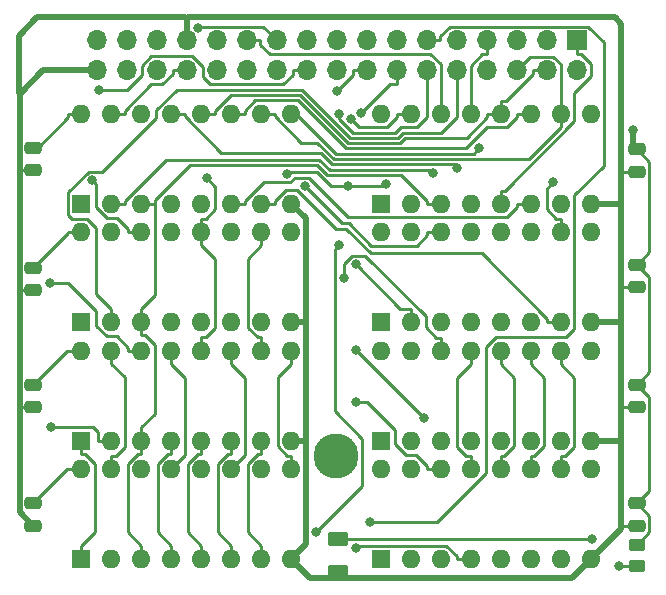
<source format=gbr>
%TF.GenerationSoftware,KiCad,Pcbnew,(6.0.7)*%
%TF.CreationDate,2023-01-24T22:55:54+00:00*%
%TF.ProjectId,CPC464-2MINICAS1,43504334-3634-42d3-924d-494e49434153,rev?*%
%TF.SameCoordinates,Original*%
%TF.FileFunction,Copper,L1,Top*%
%TF.FilePolarity,Positive*%
%FSLAX46Y46*%
G04 Gerber Fmt 4.6, Leading zero omitted, Abs format (unit mm)*
G04 Created by KiCad (PCBNEW (6.0.7)) date 2023-01-24 22:55:54*
%MOMM*%
%LPD*%
G01*
G04 APERTURE LIST*
G04 Aperture macros list*
%AMRoundRect*
0 Rectangle with rounded corners*
0 $1 Rounding radius*
0 $2 $3 $4 $5 $6 $7 $8 $9 X,Y pos of 4 corners*
0 Add a 4 corners polygon primitive as box body*
4,1,4,$2,$3,$4,$5,$6,$7,$8,$9,$2,$3,0*
0 Add four circle primitives for the rounded corners*
1,1,$1+$1,$2,$3*
1,1,$1+$1,$4,$5*
1,1,$1+$1,$6,$7*
1,1,$1+$1,$8,$9*
0 Add four rect primitives between the rounded corners*
20,1,$1+$1,$2,$3,$4,$5,0*
20,1,$1+$1,$4,$5,$6,$7,0*
20,1,$1+$1,$6,$7,$8,$9,0*
20,1,$1+$1,$8,$9,$2,$3,0*%
G04 Aperture macros list end*
%TA.AperFunction,SMDPad,CuDef*%
%ADD10RoundRect,0.250000X0.475000X-0.250000X0.475000X0.250000X-0.475000X0.250000X-0.475000X-0.250000X0*%
%TD*%
%TA.AperFunction,ComponentPad*%
%ADD11R,1.600000X1.600000*%
%TD*%
%TA.AperFunction,ComponentPad*%
%ADD12O,1.600000X1.600000*%
%TD*%
%TA.AperFunction,ComponentPad*%
%ADD13C,3.800000*%
%TD*%
%TA.AperFunction,ComponentPad*%
%ADD14R,1.700000X1.700000*%
%TD*%
%TA.AperFunction,ComponentPad*%
%ADD15O,1.700000X1.700000*%
%TD*%
%TA.AperFunction,SMDPad,CuDef*%
%ADD16RoundRect,0.250000X-0.450000X0.262500X-0.450000X-0.262500X0.450000X-0.262500X0.450000X0.262500X0*%
%TD*%
%TA.AperFunction,SMDPad,CuDef*%
%ADD17RoundRect,0.250000X-0.625000X0.375000X-0.625000X-0.375000X0.625000X-0.375000X0.625000X0.375000X0*%
%TD*%
%TA.AperFunction,ViaPad*%
%ADD18C,0.800000*%
%TD*%
%TA.AperFunction,Conductor*%
%ADD19C,0.250000*%
%TD*%
%TA.AperFunction,Conductor*%
%ADD20C,0.500000*%
%TD*%
G04 APERTURE END LIST*
D10*
%TO.P,C708,1*%
%TO.N,+5V*%
X85329000Y-84485200D03*
%TO.P,C708,2*%
%TO.N,GND*%
X85329000Y-82585200D03*
%TD*%
D11*
%TO.P,IC704,1,NC*%
%TO.N,MV*%
X38303200Y-87309800D03*
D12*
%TO.P,IC704,2,DIN*%
%TO.N,/D3*%
X40843200Y-87309800D03*
%TO.P,IC704,3,~{WRITE}*%
%TO.N,MWE*%
X43383200Y-87309800D03*
%TO.P,IC704,4,~{RAS}*%
%TO.N,RAS*%
X45923200Y-87309800D03*
%TO.P,IC704,5,A0*%
%TO.N,/XA0*%
X48463200Y-87309800D03*
%TO.P,IC704,6,A2*%
%TO.N,/XA2*%
X51003200Y-87309800D03*
%TO.P,IC704,7,A1*%
%TO.N,/XA1*%
X53543200Y-87309800D03*
%TO.P,IC704,8,VCC*%
%TO.N,+5V*%
X56083200Y-87309800D03*
%TO.P,IC704,9,A7*%
%TO.N,/XA7*%
X56083200Y-79689800D03*
%TO.P,IC704,10,A5*%
%TO.N,/XA5*%
X53543200Y-79689800D03*
%TO.P,IC704,11,A4*%
%TO.N,/XA4*%
X51003200Y-79689800D03*
%TO.P,IC704,12,A3*%
%TO.N,/XA3*%
X48463200Y-79689800D03*
%TO.P,IC704,13,A6*%
%TO.N,/XA6*%
X45923200Y-79689800D03*
%TO.P,IC704,14,DOUT*%
%TO.N,/GD3*%
X43383200Y-79689800D03*
%TO.P,IC704,15,~{CAS}*%
%TO.N,CAS1*%
X40843200Y-79689800D03*
%TO.P,IC704,16,GND*%
%TO.N,GND*%
X38303200Y-79689800D03*
%TD*%
D13*
%TO.P,H8,1,1*%
%TO.N,GND*%
X59827400Y-78556800D03*
%TD*%
D11*
%TO.P,IC707,1,NC*%
%TO.N,MV*%
X63627000Y-77302200D03*
D12*
%TO.P,IC707,2,DIN*%
%TO.N,/D6*%
X66167000Y-77302200D03*
%TO.P,IC707,3,~{WRITE}*%
%TO.N,MWE*%
X68707000Y-77302200D03*
%TO.P,IC707,4,~{RAS}*%
%TO.N,RAS*%
X71247000Y-77302200D03*
%TO.P,IC707,5,A0*%
%TO.N,/XA0*%
X73787000Y-77302200D03*
%TO.P,IC707,6,A2*%
%TO.N,/XA2*%
X76327000Y-77302200D03*
%TO.P,IC707,7,A1*%
%TO.N,/XA1*%
X78867000Y-77302200D03*
%TO.P,IC707,8,VCC*%
%TO.N,+5V*%
X81407000Y-77302200D03*
%TO.P,IC707,9,A7*%
%TO.N,/XA7*%
X81407000Y-69682200D03*
%TO.P,IC707,10,A5*%
%TO.N,/XA5*%
X78867000Y-69682200D03*
%TO.P,IC707,11,A4*%
%TO.N,/XA4*%
X76327000Y-69682200D03*
%TO.P,IC707,12,A3*%
%TO.N,/XA3*%
X73787000Y-69682200D03*
%TO.P,IC707,13,A6*%
%TO.N,/XA6*%
X71247000Y-69682200D03*
%TO.P,IC707,14,DOUT*%
%TO.N,/GD6*%
X68707000Y-69682200D03*
%TO.P,IC707,15,~{CAS}*%
%TO.N,CAS1*%
X66167000Y-69682200D03*
%TO.P,IC707,16,GND*%
%TO.N,GND*%
X63627000Y-69682200D03*
%TD*%
D14*
%TO.P,J1200,1,Pin_1*%
%TO.N,/XA0*%
X80217200Y-43398400D03*
D15*
%TO.P,J1200,2,Pin_2*%
%TO.N,/XA1*%
X80217200Y-45938400D03*
%TO.P,J1200,3,Pin_3*%
%TO.N,/XA2*%
X77677200Y-43398400D03*
%TO.P,J1200,4,Pin_4*%
%TO.N,/XA3*%
X77677200Y-45938400D03*
%TO.P,J1200,5,Pin_5*%
%TO.N,/XA4*%
X75137200Y-43398400D03*
%TO.P,J1200,6,Pin_6*%
%TO.N,/XA5*%
X75137200Y-45938400D03*
%TO.P,J1200,7,Pin_7*%
%TO.N,/XA6*%
X72597200Y-43398400D03*
%TO.P,J1200,8,Pin_8*%
%TO.N,/XA7*%
X72597200Y-45938400D03*
%TO.P,J1200,9,Pin_9*%
%TO.N,/D0*%
X70057200Y-43398400D03*
%TO.P,J1200,10,Pin_10*%
%TO.N,/D1*%
X70057200Y-45938400D03*
%TO.P,J1200,11,Pin_11*%
%TO.N,/D2*%
X67517200Y-43398400D03*
%TO.P,J1200,12,Pin_12*%
%TO.N,/D3*%
X67517200Y-45938400D03*
%TO.P,J1200,13,Pin_13*%
%TO.N,/D4*%
X64977200Y-43398400D03*
%TO.P,J1200,14,Pin_14*%
%TO.N,/D5*%
X64977200Y-45938400D03*
%TO.P,J1200,15,Pin_15*%
%TO.N,/D6*%
X62437200Y-43398400D03*
%TO.P,J1200,16,Pin_16*%
%TO.N,/D7*%
X62437200Y-45938400D03*
%TO.P,J1200,17,Pin_17*%
%TO.N,GND*%
X59897200Y-43398400D03*
%TO.P,J1200,18,Pin_18*%
X59897200Y-45938400D03*
%TO.P,J1200,19,Pin_19*%
%TO.N,/GD0*%
X57357200Y-43398400D03*
%TO.P,J1200,20,Pin_20*%
%TO.N,/GD1*%
X57357200Y-45938400D03*
%TO.P,J1200,21,Pin_21*%
%TO.N,/GD2*%
X54817200Y-43398400D03*
%TO.P,J1200,22,Pin_22*%
%TO.N,/GD3*%
X54817200Y-45938400D03*
%TO.P,J1200,23,Pin_23*%
%TO.N,/GD4*%
X52277200Y-43398400D03*
%TO.P,J1200,24,Pin_24*%
%TO.N,/GD5*%
X52277200Y-45938400D03*
%TO.P,J1200,25,Pin_25*%
%TO.N,/GD6*%
X49737200Y-43398400D03*
%TO.P,J1200,26,Pin_26*%
%TO.N,/GD7*%
X49737200Y-45938400D03*
%TO.P,J1200,27,Pin_27*%
%TO.N,+5V*%
X47197200Y-43398400D03*
%TO.P,J1200,28,Pin_28*%
%TO.N,CAS1*%
X47197200Y-45938400D03*
%TO.P,J1200,29,Pin_29*%
%TO.N,CAS0*%
X44657200Y-43398400D03*
%TO.P,J1200,30,Pin_30*%
%TO.N,RAS*%
X44657200Y-45938400D03*
%TO.P,J1200,31,Pin_31*%
%TO.N,MWE*%
X42117200Y-43398400D03*
%TO.P,J1200,32,Pin_32*%
%TO.N,RSV2*%
X42117200Y-45938400D03*
%TO.P,J1200,33,Pin_33*%
%TO.N,RSV1*%
X39577200Y-43398400D03*
%TO.P,J1200,34,Pin_34*%
%TO.N,+5V*%
X39577200Y-45938400D03*
%TD*%
D10*
%TO.P,C703,1*%
%TO.N,+5V*%
X34239200Y-74436800D03*
%TO.P,C703,2*%
%TO.N,GND*%
X34239200Y-72536800D03*
%TD*%
%TO.P,C705,1*%
%TO.N,+5V*%
X85329000Y-54513200D03*
%TO.P,C705,2*%
%TO.N,GND*%
X85329000Y-52613200D03*
%TD*%
D11*
%TO.P,IC705,1,NC*%
%TO.N,MV*%
X63627000Y-57236200D03*
D12*
%TO.P,IC705,2,DIN*%
%TO.N,/D4*%
X66167000Y-57236200D03*
%TO.P,IC705,3,~{WRITE}*%
%TO.N,MWE*%
X68707000Y-57236200D03*
%TO.P,IC705,4,~{RAS}*%
%TO.N,RAS*%
X71247000Y-57236200D03*
%TO.P,IC705,5,A0*%
%TO.N,/XA0*%
X73787000Y-57236200D03*
%TO.P,IC705,6,A2*%
%TO.N,/XA2*%
X76327000Y-57236200D03*
%TO.P,IC705,7,A1*%
%TO.N,/XA1*%
X78867000Y-57236200D03*
%TO.P,IC705,8,VCC*%
%TO.N,+5V*%
X81407000Y-57236200D03*
%TO.P,IC705,9,A7*%
%TO.N,/XA7*%
X81407000Y-49616200D03*
%TO.P,IC705,10,A5*%
%TO.N,/XA5*%
X78867000Y-49616200D03*
%TO.P,IC705,11,A4*%
%TO.N,/XA4*%
X76327000Y-49616200D03*
%TO.P,IC705,12,A3*%
%TO.N,/XA3*%
X73787000Y-49616200D03*
%TO.P,IC705,13,A6*%
%TO.N,/XA6*%
X71247000Y-49616200D03*
%TO.P,IC705,14,DOUT*%
%TO.N,/GD4*%
X68707000Y-49616200D03*
%TO.P,IC705,15,~{CAS}*%
%TO.N,CAS1*%
X66167000Y-49616200D03*
%TO.P,IC705,16,GND*%
%TO.N,GND*%
X63627000Y-49616200D03*
%TD*%
D10*
%TO.P,C707,1*%
%TO.N,+5V*%
X85329000Y-74452200D03*
%TO.P,C707,2*%
%TO.N,GND*%
X85329000Y-72552200D03*
%TD*%
D11*
%TO.P,IC701,1,NC*%
%TO.N,MV*%
X38303200Y-57220800D03*
D12*
%TO.P,IC701,2,DIN*%
%TO.N,/D0*%
X40843200Y-57220800D03*
%TO.P,IC701,3,~{WRITE}*%
%TO.N,MWE*%
X43383200Y-57220800D03*
%TO.P,IC701,4,~{RAS}*%
%TO.N,RAS*%
X45923200Y-57220800D03*
%TO.P,IC701,5,A0*%
%TO.N,/XA0*%
X48463200Y-57220800D03*
%TO.P,IC701,6,A2*%
%TO.N,/XA2*%
X51003200Y-57220800D03*
%TO.P,IC701,7,A1*%
%TO.N,/XA1*%
X53543200Y-57220800D03*
%TO.P,IC701,8,VCC*%
%TO.N,+5V*%
X56083200Y-57220800D03*
%TO.P,IC701,9,A7*%
%TO.N,/XA7*%
X56083200Y-49600800D03*
%TO.P,IC701,10,A5*%
%TO.N,/XA5*%
X53543200Y-49600800D03*
%TO.P,IC701,11,A4*%
%TO.N,/XA4*%
X51003200Y-49600800D03*
%TO.P,IC701,12,A3*%
%TO.N,/XA3*%
X48463200Y-49600800D03*
%TO.P,IC701,13,A6*%
%TO.N,/XA6*%
X45923200Y-49600800D03*
%TO.P,IC701,14,DOUT*%
%TO.N,/GD0*%
X43383200Y-49600800D03*
%TO.P,IC701,15,~{CAS}*%
%TO.N,CAS1*%
X40843200Y-49600800D03*
%TO.P,IC701,16,GND*%
%TO.N,GND*%
X38303200Y-49600800D03*
%TD*%
D11*
%TO.P,IC708,1,NC*%
%TO.N,MV*%
X63627000Y-87325200D03*
D12*
%TO.P,IC708,2,DIN*%
%TO.N,/D7*%
X66167000Y-87325200D03*
%TO.P,IC708,3,~{WRITE}*%
%TO.N,MWE*%
X68707000Y-87325200D03*
%TO.P,IC708,4,~{RAS}*%
%TO.N,RAS*%
X71247000Y-87325200D03*
%TO.P,IC708,5,A0*%
%TO.N,/XA0*%
X73787000Y-87325200D03*
%TO.P,IC708,6,A2*%
%TO.N,/XA2*%
X76327000Y-87325200D03*
%TO.P,IC708,7,A1*%
%TO.N,/XA1*%
X78867000Y-87325200D03*
%TO.P,IC708,8,VCC*%
%TO.N,+5V*%
X81407000Y-87325200D03*
%TO.P,IC708,9,A7*%
%TO.N,/XA7*%
X81407000Y-79705200D03*
%TO.P,IC708,10,A5*%
%TO.N,/XA5*%
X78867000Y-79705200D03*
%TO.P,IC708,11,A4*%
%TO.N,/XA4*%
X76327000Y-79705200D03*
%TO.P,IC708,12,A3*%
%TO.N,/XA3*%
X73787000Y-79705200D03*
%TO.P,IC708,13,A6*%
%TO.N,/XA6*%
X71247000Y-79705200D03*
%TO.P,IC708,14,DOUT*%
%TO.N,/GD7*%
X68707000Y-79705200D03*
%TO.P,IC708,15,~{CAS}*%
%TO.N,CAS1*%
X66167000Y-79705200D03*
%TO.P,IC708,16,GND*%
%TO.N,GND*%
X63627000Y-79705200D03*
%TD*%
D10*
%TO.P,C706,1*%
%TO.N,+5V*%
X85329000Y-64292200D03*
%TO.P,C706,2*%
%TO.N,GND*%
X85329000Y-62392200D03*
%TD*%
D16*
%TO.P,R1220,1*%
%TO.N,GND*%
X85344000Y-86087500D03*
%TO.P,R1220,2*%
%TO.N,Net-(R1220-Pad2)*%
X85344000Y-87912500D03*
%TD*%
D11*
%TO.P,IC706,1,NC*%
%TO.N,MV*%
X63627000Y-67259200D03*
D12*
%TO.P,IC706,2,DIN*%
%TO.N,/D5*%
X66167000Y-67259200D03*
%TO.P,IC706,3,~{WRITE}*%
%TO.N,MWE*%
X68707000Y-67259200D03*
%TO.P,IC706,4,~{RAS}*%
%TO.N,RAS*%
X71247000Y-67259200D03*
%TO.P,IC706,5,A0*%
%TO.N,/XA0*%
X73787000Y-67259200D03*
%TO.P,IC706,6,A2*%
%TO.N,/XA2*%
X76327000Y-67259200D03*
%TO.P,IC706,7,A1*%
%TO.N,/XA1*%
X78867000Y-67259200D03*
%TO.P,IC706,8,VCC*%
%TO.N,+5V*%
X81407000Y-67259200D03*
%TO.P,IC706,9,A7*%
%TO.N,/XA7*%
X81407000Y-59639200D03*
%TO.P,IC706,10,A5*%
%TO.N,/XA5*%
X78867000Y-59639200D03*
%TO.P,IC706,11,A4*%
%TO.N,/XA4*%
X76327000Y-59639200D03*
%TO.P,IC706,12,A3*%
%TO.N,/XA3*%
X73787000Y-59639200D03*
%TO.P,IC706,13,A6*%
%TO.N,/XA6*%
X71247000Y-59639200D03*
%TO.P,IC706,14,DOUT*%
%TO.N,/GD5*%
X68707000Y-59639200D03*
%TO.P,IC706,15,~{CAS}*%
%TO.N,CAS1*%
X66167000Y-59639200D03*
%TO.P,IC706,16,GND*%
%TO.N,GND*%
X63627000Y-59639200D03*
%TD*%
D10*
%TO.P,C701,1*%
%TO.N,+5V*%
X34239200Y-54370800D03*
%TO.P,C701,2*%
%TO.N,GND*%
X34239200Y-52470800D03*
%TD*%
%TO.P,C702,1*%
%TO.N,+5V*%
X34239200Y-64530800D03*
%TO.P,C702,2*%
%TO.N,GND*%
X34239200Y-62630800D03*
%TD*%
D11*
%TO.P,IC702,1,NC*%
%TO.N,MV*%
X38303200Y-67243800D03*
D12*
%TO.P,IC702,2,DIN*%
%TO.N,/D1*%
X40843200Y-67243800D03*
%TO.P,IC702,3,~{WRITE}*%
%TO.N,MWE*%
X43383200Y-67243800D03*
%TO.P,IC702,4,~{RAS}*%
%TO.N,RAS*%
X45923200Y-67243800D03*
%TO.P,IC702,5,A0*%
%TO.N,/XA0*%
X48463200Y-67243800D03*
%TO.P,IC702,6,A2*%
%TO.N,/XA2*%
X51003200Y-67243800D03*
%TO.P,IC702,7,A1*%
%TO.N,/XA1*%
X53543200Y-67243800D03*
%TO.P,IC702,8,VCC*%
%TO.N,+5V*%
X56083200Y-67243800D03*
%TO.P,IC702,9,A7*%
%TO.N,/XA7*%
X56083200Y-59623800D03*
%TO.P,IC702,10,A5*%
%TO.N,/XA5*%
X53543200Y-59623800D03*
%TO.P,IC702,11,A4*%
%TO.N,/XA4*%
X51003200Y-59623800D03*
%TO.P,IC702,12,A3*%
%TO.N,/XA3*%
X48463200Y-59623800D03*
%TO.P,IC702,13,A6*%
%TO.N,/XA6*%
X45923200Y-59623800D03*
%TO.P,IC702,14,DOUT*%
%TO.N,/GD1*%
X43383200Y-59623800D03*
%TO.P,IC702,15,~{CAS}*%
%TO.N,CAS1*%
X40843200Y-59623800D03*
%TO.P,IC702,16,GND*%
%TO.N,GND*%
X38303200Y-59623800D03*
%TD*%
D17*
%TO.P,D1220,1,K*%
%TO.N,Net-(R1220-Pad2)*%
X60000000Y-85600000D03*
%TO.P,D1220,2,A*%
%TO.N,+5V*%
X60000000Y-88400000D03*
%TD*%
D10*
%TO.P,C704,1*%
%TO.N,+5V*%
X34239200Y-84469800D03*
%TO.P,C704,2*%
%TO.N,GND*%
X34239200Y-82569800D03*
%TD*%
D11*
%TO.P,IC703,1,NC*%
%TO.N,MV*%
X38303200Y-77286800D03*
D12*
%TO.P,IC703,2,DIN*%
%TO.N,/D2*%
X40843200Y-77286800D03*
%TO.P,IC703,3,~{WRITE}*%
%TO.N,MWE*%
X43383200Y-77286800D03*
%TO.P,IC703,4,~{RAS}*%
%TO.N,RAS*%
X45923200Y-77286800D03*
%TO.P,IC703,5,A0*%
%TO.N,/XA0*%
X48463200Y-77286800D03*
%TO.P,IC703,6,A2*%
%TO.N,/XA2*%
X51003200Y-77286800D03*
%TO.P,IC703,7,A1*%
%TO.N,/XA1*%
X53543200Y-77286800D03*
%TO.P,IC703,8,VCC*%
%TO.N,+5V*%
X56083200Y-77286800D03*
%TO.P,IC703,9,A7*%
%TO.N,/XA7*%
X56083200Y-69666800D03*
%TO.P,IC703,10,A5*%
%TO.N,/XA5*%
X53543200Y-69666800D03*
%TO.P,IC703,11,A4*%
%TO.N,/XA4*%
X51003200Y-69666800D03*
%TO.P,IC703,12,A3*%
%TO.N,/XA3*%
X48463200Y-69666800D03*
%TO.P,IC703,13,A6*%
%TO.N,/XA6*%
X45923200Y-69666800D03*
%TO.P,IC703,14,DOUT*%
%TO.N,/GD2*%
X43383200Y-69666800D03*
%TO.P,IC703,15,~{CAS}*%
%TO.N,CAS1*%
X40843200Y-69666800D03*
%TO.P,IC703,16,GND*%
%TO.N,GND*%
X38303200Y-69666800D03*
%TD*%
D18*
%TO.N,GND*%
X85000000Y-51000000D03*
%TO.N,Net-(R1220-Pad2)*%
X83791900Y-87872500D03*
X81519400Y-85600000D03*
%TO.N,RAS*%
X61543700Y-86348600D03*
%TO.N,/XA6*%
X70105800Y-54172800D03*
%TO.N,/XA5*%
X78246200Y-55373500D03*
%TO.N,/XA7*%
X71949900Y-52547400D03*
%TO.N,/XA3*%
X48904200Y-55088300D03*
%TO.N,CAS1*%
X64048600Y-55571800D03*
X60845500Y-55699100D03*
X61134100Y-50053200D03*
X55693900Y-54668900D03*
%TO.N,/D0*%
X68029200Y-54622900D03*
%TO.N,/D2*%
X35751500Y-76136100D03*
X62714400Y-84172200D03*
%TO.N,/D3*%
X60114300Y-49658500D03*
X60114300Y-60731400D03*
X58186600Y-85056100D03*
%TO.N,/D5*%
X61997600Y-49502100D03*
X61521800Y-62357100D03*
%TO.N,/D7*%
X61509900Y-69590500D03*
X67328000Y-75408600D03*
X59918700Y-47647500D03*
%TO.N,/GD1*%
X39769900Y-47569500D03*
X39204900Y-55255100D03*
%TO.N,/GD2*%
X48166300Y-42310300D03*
X35668100Y-63953200D03*
%TO.N,/GD5*%
X57228000Y-55733800D03*
%TO.N,/GD6*%
X60492700Y-63494200D03*
%TO.N,/GD7*%
X61513000Y-74004000D03*
%TD*%
D19*
%TO.N,GND*%
X38303200Y-69666800D02*
X37109200Y-69666800D01*
X86380300Y-63443500D02*
X86380300Y-71500900D01*
D20*
X85000000Y-52284200D02*
X85329000Y-52613200D01*
D19*
X86380300Y-71500900D02*
X85329000Y-72552200D01*
X34624500Y-52470800D02*
X34239200Y-52470800D01*
X85329000Y-82585200D02*
X86380300Y-83636500D01*
X37178100Y-59691900D02*
X37178100Y-59623800D01*
X86380300Y-53664500D02*
X86380300Y-61340900D01*
X86380300Y-61340900D02*
X85329000Y-62392200D01*
D20*
X85000000Y-51000000D02*
X85000000Y-52284200D01*
D19*
X34239200Y-62630800D02*
X37178100Y-59691900D01*
X85329000Y-52613200D02*
X86380300Y-53664500D01*
X37178100Y-49917200D02*
X34624500Y-52470800D01*
X86380300Y-83636500D02*
X86380300Y-85051200D01*
X37119200Y-79689800D02*
X34239200Y-82569800D01*
X85329000Y-62392200D02*
X86380300Y-63443500D01*
X37178100Y-49600800D02*
X37178100Y-49917200D01*
X38303200Y-79689800D02*
X37119200Y-79689800D01*
X38303200Y-59623800D02*
X37178100Y-59623800D01*
X86380300Y-81533900D02*
X85329000Y-82585200D01*
X38303200Y-49600800D02*
X37178100Y-49600800D01*
X37109200Y-69666800D02*
X34239200Y-72536800D01*
X86380300Y-73603500D02*
X86380300Y-81533900D01*
X85329000Y-72552200D02*
X86380300Y-73603500D01*
X86380300Y-85051200D02*
X85344000Y-86087500D01*
%TO.N,Net-(R1220-Pad2)*%
X60000000Y-85600000D02*
X81519400Y-85600000D01*
X85304000Y-87872500D02*
X85344000Y-87912500D01*
X83791900Y-87872500D02*
X85304000Y-87872500D01*
%TO.N,MV*%
X38619700Y-78411900D02*
X38303200Y-78411900D01*
X38303200Y-86184700D02*
X39428300Y-85059600D01*
X38303200Y-77286800D02*
X38303200Y-78411900D01*
X39428300Y-79220500D02*
X38619700Y-78411900D01*
X39428300Y-85059600D02*
X39428300Y-79220500D01*
X38303200Y-87309800D02*
X38303200Y-86184700D01*
%TO.N,MWE*%
X43383200Y-57220800D02*
X44508300Y-57220800D01*
X67581900Y-57003100D02*
X67581900Y-57236200D01*
X42233700Y-85035200D02*
X43383200Y-86184700D01*
X68707000Y-57236200D02*
X67581900Y-57236200D01*
X65377700Y-54798900D02*
X67581900Y-57003100D01*
X47504000Y-53943800D02*
X58269600Y-53943800D01*
X44519200Y-69188500D02*
X44519200Y-75025700D01*
X43383200Y-77286800D02*
X43383200Y-78411900D01*
X44508300Y-57220800D02*
X44508300Y-64993600D01*
X43383200Y-68368900D02*
X43699600Y-68368900D01*
X43383200Y-77286800D02*
X43383200Y-76161700D01*
X58269600Y-53943800D02*
X59124700Y-54798900D01*
X43383200Y-87309800D02*
X43383200Y-86184700D01*
X59124700Y-54798900D02*
X65377700Y-54798900D01*
X43383200Y-78411900D02*
X43066800Y-78411900D01*
X44508300Y-56939500D02*
X47504000Y-53943800D01*
X44519200Y-75025700D02*
X43383200Y-76161700D01*
X42233700Y-79245000D02*
X42233700Y-85035200D01*
X44508300Y-64993600D02*
X43383200Y-66118700D01*
X44508300Y-57220800D02*
X44508300Y-56939500D01*
X43383200Y-67243800D02*
X43383200Y-68368900D01*
X43383200Y-67243800D02*
X43383200Y-66118700D01*
X43699600Y-68368900D02*
X44519200Y-69188500D01*
X43066800Y-78411900D02*
X42233700Y-79245000D01*
%TO.N,RAS*%
X44773700Y-85035200D02*
X44773700Y-79245000D01*
X45923200Y-87309800D02*
X45923200Y-86184700D01*
X69202300Y-86172500D02*
X61719800Y-86172500D01*
X70121900Y-87325200D02*
X70121900Y-87092100D01*
X71247000Y-87325200D02*
X70121900Y-87325200D01*
X61719800Y-86172500D02*
X61543700Y-86348600D01*
X45923200Y-77286800D02*
X45923200Y-78411900D01*
X45606800Y-78411900D02*
X45923200Y-78411900D01*
X45923200Y-86184700D02*
X44773700Y-85035200D01*
X44773700Y-79245000D02*
X45606800Y-78411900D01*
X70121900Y-87092100D02*
X69202300Y-86172500D01*
%TO.N,/XA6*%
X69830700Y-53897700D02*
X70105800Y-54172800D01*
X45923200Y-69666800D02*
X45923200Y-70791900D01*
X71247000Y-79705200D02*
X71247000Y-78580100D01*
X71247000Y-70807300D02*
X70109000Y-71945300D01*
X71247000Y-45556500D02*
X71247000Y-49616200D01*
X47048300Y-49834000D02*
X50157700Y-52943400D01*
X47048300Y-49600800D02*
X47048300Y-49834000D01*
X59497700Y-53898700D02*
X66773100Y-53898700D01*
X70109000Y-71945300D02*
X70109000Y-77791800D01*
X58542400Y-52943400D02*
X59497700Y-53898700D01*
X66774100Y-53897700D02*
X69830700Y-53897700D01*
X47096800Y-71965500D02*
X47096800Y-78516200D01*
X70897300Y-78580100D02*
X71247000Y-78580100D01*
X72597200Y-43398400D02*
X72597200Y-44573500D01*
X47096800Y-78516200D02*
X45923200Y-79689800D01*
X70109000Y-77791800D02*
X70897300Y-78580100D01*
X71247000Y-69682200D02*
X71247000Y-70807300D01*
X72597200Y-44573500D02*
X72230000Y-44573500D01*
X50157700Y-52943400D02*
X58542400Y-52943400D01*
X45923200Y-70791900D02*
X47096800Y-71965500D01*
X45923200Y-49600800D02*
X47048300Y-49600800D01*
X66773100Y-53898700D02*
X66774100Y-53897700D01*
X72230000Y-44573500D02*
X71247000Y-45556500D01*
%TO.N,/XA5*%
X53543200Y-49600800D02*
X54668300Y-49600800D01*
X53543200Y-68541700D02*
X53226800Y-68541700D01*
X53543200Y-69666800D02*
X53543200Y-68541700D01*
X52406200Y-61885900D02*
X53543200Y-60748900D01*
X54668300Y-49833900D02*
X56885200Y-52050800D01*
X78246200Y-55373500D02*
X77678100Y-55941600D01*
X77678100Y-57674900D02*
X78517300Y-58514100D01*
X78867000Y-79705200D02*
X78867000Y-78580100D01*
X78202900Y-44763200D02*
X78867000Y-45427300D01*
X53226800Y-68541700D02*
X52406200Y-67721100D01*
X54668300Y-49600800D02*
X54668300Y-49833900D01*
X59684200Y-53448600D02*
X66586600Y-53448600D01*
X78867000Y-45427300D02*
X78867000Y-49616200D01*
X58286400Y-52050800D02*
X59684200Y-53448600D01*
X76312400Y-44763200D02*
X78202900Y-44763200D01*
X78867000Y-59639200D02*
X78867000Y-58514100D01*
X78867000Y-70807300D02*
X80005000Y-71945300D01*
X76160700Y-53447600D02*
X78867000Y-50741300D01*
X78867000Y-49616200D02*
X78867000Y-50741300D01*
X79216700Y-78580100D02*
X78867000Y-78580100D01*
X56885200Y-52050800D02*
X58286400Y-52050800D01*
X66587600Y-53447600D02*
X76160700Y-53447600D01*
X80005000Y-71945300D02*
X80005000Y-77791800D01*
X78517300Y-58514100D02*
X78867000Y-58514100D01*
X52406200Y-67721100D02*
X52406200Y-61885900D01*
X78867000Y-69682200D02*
X78867000Y-70807300D01*
X75137200Y-45938400D02*
X76312400Y-44763200D01*
X77678100Y-55941600D02*
X77678100Y-57674900D01*
X80005000Y-77791800D02*
X79216700Y-78580100D01*
X53543200Y-59623800D02*
X53543200Y-60748900D01*
X66586600Y-53448600D02*
X66587600Y-53447600D01*
%TO.N,/XA4*%
X70830400Y-52547400D02*
X65896400Y-52547400D01*
X76327000Y-79705200D02*
X76327000Y-78580100D01*
X65896400Y-52547400D02*
X65895400Y-52548400D01*
X76327000Y-69682200D02*
X76327000Y-70807300D01*
X77476500Y-71956800D02*
X76327000Y-70807300D01*
X56616700Y-48471700D02*
X53024200Y-48471700D01*
X76327000Y-49616200D02*
X75201900Y-49616200D01*
X51003200Y-70791900D02*
X52176800Y-71965500D01*
X74358200Y-50741300D02*
X72636500Y-50741300D01*
X76327000Y-78580100D02*
X76643400Y-78580100D01*
X51003200Y-49600800D02*
X52128300Y-49600800D01*
X52128300Y-49367600D02*
X52128300Y-49600800D01*
X76643400Y-78580100D02*
X77476500Y-77747000D01*
X77476500Y-77747000D02*
X77476500Y-71956800D01*
X52176800Y-71965500D02*
X52176800Y-78516200D01*
X52176800Y-78516200D02*
X51003200Y-79689800D01*
X65895400Y-52548400D02*
X60693400Y-52548400D01*
X75201900Y-49897600D02*
X74358200Y-50741300D01*
X75201900Y-49616200D02*
X75201900Y-49897600D01*
X53024200Y-48471700D02*
X52128300Y-49367600D01*
X60693400Y-52548400D02*
X56616700Y-48471700D01*
X72636500Y-50741300D02*
X70830400Y-52547400D01*
X51003200Y-69666800D02*
X51003200Y-70791900D01*
D20*
%TO.N,+5V*%
X33000000Y-47871600D02*
X33000000Y-43000000D01*
D19*
X34239200Y-74436800D02*
X33064200Y-74436800D01*
D20*
X83968200Y-54513200D02*
X83968200Y-57255800D01*
X83968200Y-41968200D02*
X83968200Y-54513200D01*
X81407000Y-87325200D02*
X79828200Y-88904000D01*
X83448800Y-41448800D02*
X83968200Y-41968200D01*
D19*
X84142700Y-84485200D02*
X83968200Y-84659700D01*
D20*
X83870800Y-67259200D02*
X83968200Y-67356600D01*
X57333200Y-58470800D02*
X56083200Y-57220800D01*
X57243800Y-67243800D02*
X57333200Y-67333200D01*
X83968200Y-84764000D02*
X81407000Y-87325200D01*
X83948600Y-57236200D02*
X83968200Y-57255800D01*
X83968200Y-84659700D02*
X83968200Y-84764000D01*
X83968200Y-67356600D02*
X83968200Y-74452200D01*
X79828200Y-88904000D02*
X57677400Y-88904000D01*
X83968200Y-74452200D02*
X83968200Y-77262600D01*
X33064200Y-64530800D02*
X33064200Y-74436800D01*
X47197200Y-41605200D02*
X47353600Y-41448800D01*
X56083200Y-77286800D02*
X57286800Y-77286800D01*
X47040800Y-41448800D02*
X47197200Y-41605200D01*
X33064200Y-83294800D02*
X34239200Y-84469800D01*
D19*
X85329000Y-84485200D02*
X84142700Y-84485200D01*
D20*
X33000000Y-43000000D02*
X34551200Y-41448800D01*
X81407000Y-77302200D02*
X83928600Y-77302200D01*
X33064200Y-54247000D02*
X33064200Y-64530800D01*
X56083200Y-87309800D02*
X57333200Y-86059800D01*
X81407000Y-67259200D02*
X83870800Y-67259200D01*
X83968200Y-77262600D02*
X83968200Y-84659700D01*
X81407000Y-57236200D02*
X83948600Y-57236200D01*
X39577200Y-45938400D02*
X35061600Y-45938400D01*
D19*
X85329000Y-74452200D02*
X83968200Y-74452200D01*
D20*
X83968200Y-57255800D02*
X83968200Y-64292200D01*
D19*
X34239200Y-64530800D02*
X33064200Y-64530800D01*
X85329000Y-64292200D02*
X83968200Y-64292200D01*
D20*
X57333200Y-86059800D02*
X57333200Y-77333200D01*
X56083200Y-67243800D02*
X57243800Y-67243800D01*
X33064200Y-47935800D02*
X33064200Y-54247000D01*
X47353600Y-41448800D02*
X83448800Y-41448800D01*
D19*
X34239200Y-54370800D02*
X33188000Y-54370800D01*
D20*
X47197200Y-43398400D02*
X47197200Y-41605200D01*
X34551200Y-41448800D02*
X47040800Y-41448800D01*
X83968200Y-64292200D02*
X83968200Y-67356600D01*
X33064200Y-74436800D02*
X33064200Y-83294800D01*
X57677400Y-88904000D02*
X56083200Y-87309800D01*
X35061600Y-45938400D02*
X33064200Y-47935800D01*
X83928600Y-77302200D02*
X83968200Y-77262600D01*
D19*
X85329000Y-54513200D02*
X83968200Y-54513200D01*
D20*
X57286800Y-77286800D02*
X57333200Y-77333200D01*
X33064200Y-47935800D02*
X33000000Y-47871600D01*
X57333200Y-67333200D02*
X57333200Y-58470800D01*
D19*
X33188000Y-54370800D02*
X33064200Y-54247000D01*
D20*
X57333200Y-77333200D02*
X57333200Y-67333200D01*
D19*
%TO.N,/XA7*%
X56083200Y-79689800D02*
X56083200Y-78564700D01*
X56083200Y-49600800D02*
X56473000Y-49600800D01*
X56083200Y-69666800D02*
X56083200Y-70791900D01*
X66401100Y-52997500D02*
X71499800Y-52997500D01*
X66400100Y-52998500D02*
X66401100Y-52997500D01*
X55733500Y-78564700D02*
X56083200Y-78564700D01*
X56083200Y-70791900D02*
X54945200Y-71929900D01*
X54945200Y-77776400D02*
X55733500Y-78564700D01*
X59870700Y-52998500D02*
X66400100Y-52998500D01*
X56473000Y-49600800D02*
X59870700Y-52998500D01*
X71499800Y-52997500D02*
X71949900Y-52547400D01*
X54945200Y-71929900D02*
X54945200Y-77776400D01*
%TO.N,/XA3*%
X73787000Y-78580100D02*
X74103400Y-78580100D01*
X77677200Y-45938400D02*
X76502100Y-45938400D01*
X49601200Y-61886900D02*
X49601200Y-67753400D01*
X48812900Y-58498700D02*
X48463200Y-58498700D01*
X56803500Y-48021500D02*
X50934400Y-48021500D01*
X48463200Y-59623800D02*
X48463200Y-60748900D01*
X73787000Y-49616200D02*
X73787000Y-48491100D01*
X76502100Y-45938400D02*
X76502100Y-46242300D01*
X48463200Y-49600800D02*
X49588300Y-49600800D01*
X73787000Y-49616200D02*
X72661900Y-49616200D01*
X65256300Y-52098300D02*
X60880300Y-52098300D01*
X49588300Y-49367600D02*
X49588300Y-49600800D01*
X48463200Y-69666800D02*
X48463200Y-68541700D01*
X73787000Y-79705200D02*
X73787000Y-78580100D01*
X50934400Y-48021500D02*
X49588300Y-49367600D01*
X70912300Y-51647200D02*
X65707400Y-51647200D01*
X48904200Y-55088300D02*
X49629600Y-55813700D01*
X74923000Y-71943300D02*
X73787000Y-70807300D01*
X49629600Y-57682000D02*
X48812900Y-58498700D01*
X72661900Y-49897600D02*
X70912300Y-51647200D01*
X74103400Y-78580100D02*
X74923000Y-77760500D01*
X73787000Y-69682200D02*
X73787000Y-70807300D01*
X48463200Y-59623800D02*
X48463200Y-58498700D01*
X48812900Y-68541700D02*
X48463200Y-68541700D01*
X48463200Y-60748900D02*
X49601200Y-61886900D01*
X65707400Y-51647200D02*
X65256300Y-52098300D01*
X49629600Y-55813700D02*
X49629600Y-57682000D01*
X74923000Y-77760500D02*
X74923000Y-71943300D01*
X72661900Y-49616200D02*
X72661900Y-49897600D01*
X49601200Y-67753400D02*
X48812900Y-68541700D01*
X60880300Y-52098300D02*
X56803500Y-48021500D01*
X76502100Y-46242300D02*
X74253300Y-48491100D01*
X74253300Y-48491100D02*
X73787000Y-48491100D01*
%TO.N,/XA2*%
X49853700Y-85035200D02*
X51003200Y-86184700D01*
X60882300Y-58362600D02*
X57528400Y-55008700D01*
X51003200Y-57220800D02*
X52128300Y-57220800D01*
X50686800Y-78411900D02*
X49853700Y-79245000D01*
X51003200Y-78411900D02*
X50686800Y-78411900D01*
X51003200Y-77286800D02*
X51003200Y-78411900D01*
X76327000Y-57236200D02*
X75201900Y-57236200D01*
X51003200Y-87309800D02*
X51003200Y-86184700D01*
X74356800Y-58362600D02*
X60882300Y-58362600D01*
X49853700Y-79245000D02*
X49853700Y-85035200D01*
X56379600Y-55008700D02*
X55994300Y-55394000D01*
X57528400Y-55008700D02*
X56379600Y-55008700D01*
X75201900Y-57517500D02*
X74356800Y-58362600D01*
X52128300Y-56987600D02*
X52128300Y-57220800D01*
X53721900Y-55394000D02*
X52128300Y-56987600D01*
X75201900Y-57236200D02*
X75201900Y-57517500D01*
X55994300Y-55394000D02*
X53721900Y-55394000D01*
%TO.N,/XA1*%
X52407200Y-85048700D02*
X53543200Y-86184700D01*
X52407200Y-79231500D02*
X52407200Y-85048700D01*
X53543200Y-57220800D02*
X54668300Y-57220800D01*
X77741900Y-66977900D02*
X77741900Y-67259200D01*
X62819100Y-61429600D02*
X72193600Y-61429600D01*
X54668300Y-57018600D02*
X55608100Y-56078800D01*
X60731900Y-59342400D02*
X62819100Y-61429600D01*
X53543200Y-78411900D02*
X53226800Y-78411900D01*
X53543200Y-87309800D02*
X53543200Y-86184700D01*
X56547600Y-56078800D02*
X59811200Y-59342400D01*
X55608100Y-56078800D02*
X56547600Y-56078800D01*
X59811200Y-59342400D02*
X60731900Y-59342400D01*
X78867000Y-67259200D02*
X77741900Y-67259200D01*
X53543200Y-77286800D02*
X53543200Y-78411900D01*
X54668300Y-57220800D02*
X54668300Y-57018600D01*
X53226800Y-78411900D02*
X52407200Y-79231500D01*
X72193600Y-61429600D02*
X77741900Y-66977900D01*
%TO.N,/XA0*%
X73787000Y-57236200D02*
X73787000Y-56111100D01*
X74136700Y-56111100D02*
X73787000Y-56111100D01*
X80217200Y-44573500D02*
X80584400Y-44573500D01*
X81411300Y-45400400D02*
X81411300Y-46410300D01*
X81411300Y-46410300D02*
X80004800Y-47816800D01*
X47313700Y-85035200D02*
X48463200Y-86184700D01*
X47313700Y-79245000D02*
X47313700Y-85035200D01*
X48463200Y-77286800D02*
X48463200Y-78411900D01*
X48463200Y-78411900D02*
X48146800Y-78411900D01*
X80004800Y-50243000D02*
X74136700Y-56111100D01*
X48146800Y-78411900D02*
X47313700Y-79245000D01*
X80584400Y-44573500D02*
X81411300Y-45400400D01*
X80217200Y-43398400D02*
X80217200Y-44573500D01*
X48463200Y-87309800D02*
X48463200Y-86184700D01*
X80004800Y-47816800D02*
X80004800Y-50243000D01*
%TO.N,CAS1*%
X45158000Y-47113500D02*
X44222400Y-47113500D01*
X46022100Y-46249400D02*
X45158000Y-47113500D01*
X47197200Y-45938400D02*
X46022100Y-45938400D01*
X65041900Y-49616200D02*
X65041900Y-49849300D01*
X40843200Y-79689800D02*
X40843200Y-78564700D01*
X41969000Y-77788600D02*
X41192900Y-78564700D01*
X40843200Y-49600800D02*
X41968300Y-49600800D01*
X41192900Y-78564700D02*
X40843200Y-78564700D01*
X65041900Y-49849300D02*
X64144300Y-50746900D01*
X64144300Y-50746900D02*
X61827800Y-50746900D01*
X59388300Y-55699100D02*
X60845500Y-55699100D01*
X66167000Y-49616200D02*
X65041900Y-49616200D01*
X58247800Y-54558600D02*
X59388300Y-55699100D01*
X46022100Y-45938400D02*
X46022100Y-46249400D01*
X60845500Y-55699100D02*
X63921300Y-55699100D01*
X40843200Y-70791900D02*
X41969000Y-71917700D01*
X41969000Y-71917700D02*
X41969000Y-77788600D01*
X55693900Y-54668900D02*
X55804200Y-54558600D01*
X55804200Y-54558600D02*
X58247800Y-54558600D01*
X40843200Y-69666800D02*
X40843200Y-70791900D01*
X63921300Y-55699100D02*
X64048600Y-55571800D01*
X41968300Y-49367600D02*
X41968300Y-49600800D01*
X44222400Y-47113500D02*
X41968300Y-49367600D01*
X61827800Y-50746900D02*
X61134100Y-50053200D01*
%TO.N,/D0*%
X40843200Y-57220800D02*
X41968300Y-57220800D01*
X58456100Y-53493700D02*
X59311200Y-54348800D01*
X59311200Y-54348800D02*
X67755100Y-54348800D01*
X41968300Y-56987600D02*
X45462200Y-53493700D01*
X67755100Y-54348800D02*
X68029200Y-54622900D01*
X45462200Y-53493700D02*
X58456100Y-53493700D01*
X41968300Y-57220800D02*
X41968300Y-56987600D01*
%TO.N,/D1*%
X56982200Y-47563600D02*
X46360000Y-47563600D01*
X38904600Y-54530000D02*
X37164900Y-56269700D01*
X46360000Y-47563600D02*
X44653200Y-49270400D01*
X44653200Y-49952300D02*
X40075500Y-54530000D01*
X37164900Y-56269700D02*
X37164900Y-58165200D01*
X61066800Y-51648200D02*
X56982200Y-47563600D01*
X37490500Y-58490800D02*
X38778300Y-58490800D01*
X38778300Y-58490800D02*
X39573200Y-59285700D01*
X40843200Y-67243800D02*
X40843200Y-66118700D01*
X65520900Y-51197100D02*
X65069800Y-51648200D01*
X39573200Y-64848700D02*
X40843200Y-66118700D01*
X39573200Y-59285700D02*
X39573200Y-64848700D01*
X70057200Y-45938400D02*
X70057200Y-49889900D01*
X65069800Y-51648200D02*
X61066800Y-51648200D01*
X44653200Y-49270400D02*
X44653200Y-49952300D01*
X70057200Y-49889900D02*
X68750000Y-51197100D01*
X37164900Y-58165200D02*
X37490500Y-58490800D01*
X68750000Y-51197100D02*
X65520900Y-51197100D01*
X40075500Y-54530000D02*
X38904600Y-54530000D01*
%TO.N,/D2*%
X39718100Y-76573500D02*
X39718100Y-77286800D01*
X82539900Y-53991300D02*
X80004800Y-56526400D01*
X68387800Y-84172200D02*
X62714400Y-84172200D01*
X82539900Y-43556000D02*
X82539900Y-53991300D01*
X68692300Y-43398400D02*
X68692300Y-43031200D01*
X67517200Y-43398400D02*
X68692300Y-43398400D01*
X72517000Y-80043000D02*
X68387800Y-84172200D01*
X80004800Y-56526400D02*
X80004800Y-67795300D01*
X79329400Y-68470700D02*
X73391100Y-68470700D01*
X40843200Y-77286800D02*
X39718100Y-77286800D01*
X72517000Y-69344800D02*
X72517000Y-80043000D01*
X68692300Y-43031200D02*
X69500300Y-42223200D01*
X81207100Y-42223200D02*
X82539900Y-43556000D01*
X73391100Y-68470700D02*
X72517000Y-69344800D01*
X80004800Y-67795300D02*
X79329400Y-68470700D01*
X39280700Y-76136100D02*
X39718100Y-76573500D01*
X69500300Y-42223200D02*
X81207100Y-42223200D01*
X35751500Y-76136100D02*
X39280700Y-76136100D01*
%TO.N,/D3*%
X59767600Y-74789300D02*
X59767600Y-61078100D01*
X62088400Y-77110100D02*
X59767600Y-74789300D01*
X61253300Y-51198100D02*
X60114300Y-50059100D01*
X66672400Y-50746700D02*
X65334700Y-50746700D01*
X59767600Y-61078100D02*
X60114300Y-60731400D01*
X65334700Y-50746700D02*
X64883300Y-51198100D01*
X62088400Y-81154300D02*
X62088400Y-77110100D01*
X58186600Y-85056100D02*
X62088400Y-81154300D01*
X67517200Y-49901900D02*
X66672400Y-50746700D01*
X60114300Y-50059100D02*
X60114300Y-49658500D01*
X64883300Y-51198100D02*
X61253300Y-51198100D01*
X67517200Y-45938400D02*
X67517200Y-49901900D01*
%TO.N,/D5*%
X61521800Y-62357100D02*
X65298800Y-66134100D01*
X64977200Y-47113500D02*
X64386200Y-47113500D01*
X64386200Y-47113500D02*
X61997600Y-49502100D01*
X65298800Y-66134100D02*
X66167000Y-66134100D01*
X64977200Y-45938400D02*
X64977200Y-47113500D01*
X66167000Y-67259200D02*
X66167000Y-66134100D01*
%TO.N,/D7*%
X62437200Y-45938400D02*
X61262100Y-45938400D01*
X61262100Y-46304100D02*
X59918700Y-47647500D01*
X61262100Y-45938400D02*
X61262100Y-46304100D01*
X61509900Y-69590500D02*
X67328000Y-75408600D01*
%TO.N,/GD1*%
X43383200Y-59623800D02*
X42258100Y-59623800D01*
X39504700Y-55554900D02*
X39504700Y-57502200D01*
X43387200Y-46347500D02*
X42165200Y-47569500D01*
X55374300Y-47113500D02*
X49188200Y-47113500D01*
X43387200Y-45544300D02*
X43387200Y-46347500D01*
X57357200Y-45938400D02*
X56182100Y-45938400D01*
X48562000Y-46487300D02*
X48562000Y-45620700D01*
X56182100Y-45938400D02*
X56182100Y-46305700D01*
X47696900Y-44755600D02*
X44175900Y-44755600D01*
X49188200Y-47113500D02*
X48562000Y-46487300D01*
X39204900Y-55255100D02*
X39504700Y-55554900D01*
X42165200Y-47569500D02*
X39769900Y-47569500D01*
X42258100Y-59390700D02*
X42258100Y-59623800D01*
X39504700Y-57502200D02*
X40424800Y-58422300D01*
X40424800Y-58422300D02*
X41289700Y-58422300D01*
X48562000Y-45620700D02*
X47696900Y-44755600D01*
X56182100Y-46305700D02*
X55374300Y-47113500D01*
X44175900Y-44755600D02*
X43387200Y-45544300D01*
X41289700Y-58422300D02*
X42258100Y-59390700D01*
%TO.N,/GD2*%
X54817200Y-43398400D02*
X53642000Y-42223200D01*
X42258100Y-69433700D02*
X42258100Y-69666800D01*
X41279700Y-68455300D02*
X42258100Y-69433700D01*
X43383200Y-69666800D02*
X42258100Y-69666800D01*
X35668100Y-63953200D02*
X37141300Y-63953200D01*
X53642000Y-42223200D02*
X48253400Y-42223200D01*
X39514700Y-67542200D02*
X40427800Y-68455300D01*
X40427800Y-68455300D02*
X41279700Y-68455300D01*
X39514700Y-66326600D02*
X39514700Y-67542200D01*
X48253400Y-42223200D02*
X48166300Y-42310300D01*
X37141300Y-63953200D02*
X39514700Y-66326600D01*
%TO.N,/GD4*%
X67853200Y-44573500D02*
X68707000Y-45427300D01*
X53452300Y-43765700D02*
X54260100Y-44573500D01*
X54260100Y-44573500D02*
X67853200Y-44573500D01*
X68707000Y-45427300D02*
X68707000Y-49616200D01*
X52277200Y-43398400D02*
X53452300Y-43398400D01*
X53452300Y-43398400D02*
X53452300Y-43765700D01*
%TO.N,/GD5*%
X66676600Y-60777600D02*
X62803700Y-60777600D01*
X60918400Y-58892300D02*
X60386500Y-58892300D01*
X68707000Y-59639200D02*
X67581900Y-59639200D01*
X62803700Y-60777600D02*
X60918400Y-58892300D01*
X60386500Y-58892300D02*
X57228000Y-55733800D01*
X67581900Y-59639200D02*
X67581900Y-59872300D01*
X67581900Y-59872300D02*
X66676600Y-60777600D01*
%TO.N,/GD6*%
X60492700Y-63494200D02*
X60492700Y-62343600D01*
X61226100Y-61610200D02*
X62279800Y-61610200D01*
X67437000Y-67636800D02*
X68357300Y-68557100D01*
X60492700Y-62343600D02*
X61226100Y-61610200D01*
X68707000Y-69682200D02*
X68707000Y-68557100D01*
X62279800Y-61610200D02*
X67437000Y-66767400D01*
X67437000Y-66767400D02*
X67437000Y-67636800D01*
X68357300Y-68557100D02*
X68707000Y-68557100D01*
%TO.N,/GD7*%
X64828500Y-77583600D02*
X64828500Y-76386900D01*
X67581900Y-79472100D02*
X66613500Y-78503700D01*
X68707000Y-79705200D02*
X67581900Y-79705200D01*
X67581900Y-79705200D02*
X67581900Y-79472100D01*
X66613500Y-78503700D02*
X65748600Y-78503700D01*
X64828500Y-76386900D02*
X62445600Y-74004000D01*
X62445600Y-74004000D02*
X61513000Y-74004000D01*
X65748600Y-78503700D02*
X64828500Y-77583600D01*
%TD*%
M02*

</source>
